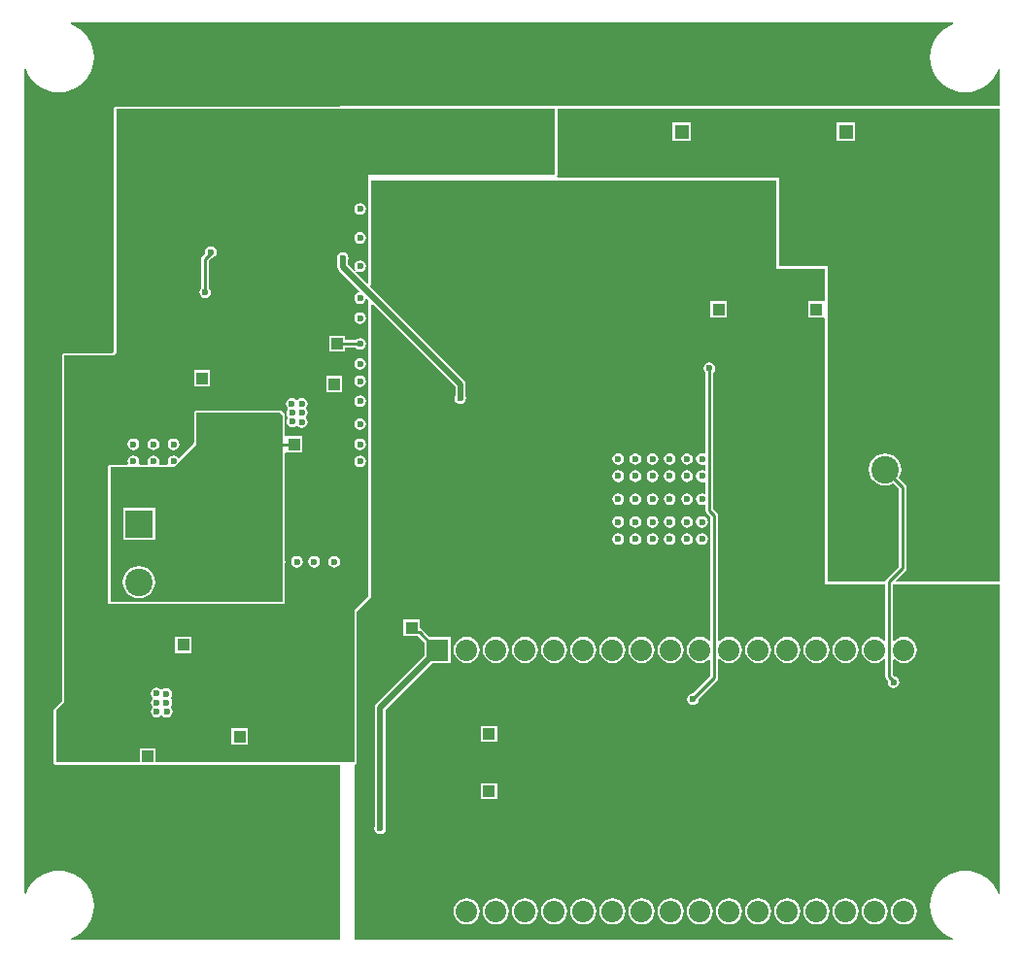
<source format=gbl>
G04*
G04 #@! TF.GenerationSoftware,Altium Limited,Altium Designer,20.1.12 (249)*
G04*
G04 Layer_Physical_Order=4*
G04 Layer_Color=16711680*
%FSLAX44Y44*%
%MOMM*%
G71*
G04*
G04 #@! TF.SameCoordinates,284B2C5B-B2DB-445A-AC85-361AEC2CE434*
G04*
G04*
G04 #@! TF.FilePolarity,Positive*
G04*
G01*
G75*
%ADD13C,0.5000*%
%ADD86C,0.2540*%
%ADD89C,2.4000*%
%ADD90R,2.4000X2.4000*%
%ADD91C,1.8750*%
%ADD92R,1.8750X1.8750*%
%ADD93R,1.2000X1.2000*%
%ADD94C,1.2000*%
%ADD95C,0.6000*%
%ADD96C,1.0000*%
%ADD103R,1.0000X1.0000*%
%ADD104R,1.0000X1.0000*%
G36*
X809660Y798730D02*
X806111Y797260D01*
X802017Y794751D01*
X798367Y791633D01*
X795249Y787983D01*
X792740Y783889D01*
X790903Y779454D01*
X789782Y774786D01*
X789406Y770000D01*
X789782Y765214D01*
X790903Y760546D01*
X792740Y756111D01*
X795249Y752017D01*
X798367Y748367D01*
X802017Y745249D01*
X806111Y742740D01*
X810546Y740903D01*
X815214Y739782D01*
X820000Y739406D01*
X824786Y739782D01*
X829454Y740903D01*
X833889Y742740D01*
X837983Y745249D01*
X841633Y748367D01*
X844751Y752017D01*
X847260Y756111D01*
X848730Y759660D01*
X850000Y759407D01*
Y727500D01*
X275000D01*
Y727039D01*
X80000D01*
X79220Y726884D01*
X78558Y726442D01*
X78116Y725780D01*
X77961Y725000D01*
Y513345D01*
X76655Y512039D01*
X35000D01*
X34220Y511884D01*
X33558Y511442D01*
X33116Y510780D01*
X32961Y510000D01*
Y208345D01*
X26058Y201442D01*
X25616Y200780D01*
X25461Y200000D01*
Y155000D01*
X25616Y154220D01*
X26058Y153558D01*
X26720Y153116D01*
X27500Y152961D01*
X100500D01*
X100697Y153000D01*
X114303D01*
X114500Y152961D01*
X275000D01*
Y0D01*
X40593D01*
X40340Y1270D01*
X43889Y2740D01*
X47983Y5249D01*
X51633Y8367D01*
X54751Y12017D01*
X57260Y16111D01*
X59097Y20546D01*
X60218Y25214D01*
X60594Y30000D01*
X60218Y34786D01*
X59097Y39454D01*
X57260Y43889D01*
X54751Y47983D01*
X51633Y51633D01*
X47983Y54751D01*
X43889Y57260D01*
X39454Y59097D01*
X34786Y60218D01*
X30000Y60594D01*
X25214Y60218D01*
X20546Y59097D01*
X16111Y57260D01*
X12017Y54751D01*
X8367Y51633D01*
X5249Y47983D01*
X2740Y43889D01*
X1270Y40340D01*
X0Y40593D01*
Y759407D01*
X1270Y759660D01*
X2740Y756111D01*
X5249Y752017D01*
X8367Y748367D01*
X12017Y745249D01*
X16111Y742740D01*
X20546Y740903D01*
X25214Y739782D01*
X30000Y739406D01*
X34786Y739782D01*
X39454Y740903D01*
X43889Y742740D01*
X47983Y745249D01*
X51633Y748367D01*
X54751Y752017D01*
X57260Y756111D01*
X59097Y760546D01*
X60218Y765214D01*
X60594Y770000D01*
X60218Y774786D01*
X59097Y779454D01*
X57260Y783889D01*
X54751Y787983D01*
X51633Y791633D01*
X47983Y794751D01*
X43889Y797260D01*
X40340Y798730D01*
X40593Y800000D01*
X809407D01*
X809660Y798730D01*
D02*
G37*
G36*
X462500Y667500D02*
X300000D01*
Y665000D01*
X300000Y662500D01*
X300000D01*
Y572772D01*
X298827Y572286D01*
X288444Y582669D01*
X289253Y583656D01*
X289558Y583452D01*
X290549Y582790D01*
X292500Y582402D01*
X294451Y582790D01*
X296105Y583895D01*
X297210Y585549D01*
X297598Y587500D01*
X297210Y589451D01*
X296105Y591105D01*
X294451Y592210D01*
X292500Y592598D01*
X290549Y592210D01*
X288895Y591105D01*
X287790Y589451D01*
X287402Y587500D01*
X287790Y585549D01*
X288452Y584558D01*
X288656Y584253D01*
X287670Y583444D01*
X282088Y589025D01*
Y592867D01*
X282210Y593049D01*
X282598Y595000D01*
X282210Y596951D01*
X281105Y598605D01*
X279451Y599710D01*
X277500Y600098D01*
X275549Y599710D01*
X273895Y598605D01*
X272790Y596951D01*
X272402Y595000D01*
X272790Y593049D01*
X272912Y592867D01*
Y587124D01*
X273261Y585369D01*
X274256Y583880D01*
X291869Y566267D01*
X291451Y564889D01*
X290549Y564710D01*
X288895Y563605D01*
X287790Y561951D01*
X287402Y560000D01*
X287790Y558049D01*
X288895Y556395D01*
X290549Y555290D01*
X292500Y554902D01*
X294451Y555290D01*
X296105Y556395D01*
X297210Y558049D01*
X297389Y558951D01*
X298767Y559369D01*
X300000Y558136D01*
Y300000D01*
X287500Y287500D01*
Y155000D01*
X114500D01*
Y167000D01*
X100500D01*
Y155000D01*
X27500D01*
Y200000D01*
X35000Y207500D01*
Y510000D01*
X77500D01*
X80000Y512500D01*
Y725000D01*
X462500D01*
Y667500D01*
D02*
G37*
G36*
X655000Y662500D02*
X655000Y585000D01*
X697500Y585000D01*
Y558063D01*
X697000Y557000D01*
X696230Y557000D01*
X683000D01*
Y543000D01*
X696230D01*
X697000Y543000D01*
X697500Y541937D01*
Y310000D01*
X750421D01*
Y261383D01*
X749218Y260975D01*
X749113Y261113D01*
X746737Y262936D01*
X743969Y264082D01*
X741000Y264473D01*
X738030Y264082D01*
X735263Y262936D01*
X732887Y261113D01*
X731064Y258737D01*
X729918Y255970D01*
X729527Y253000D01*
X729918Y250030D01*
X731064Y247263D01*
X732887Y244887D01*
X735263Y243064D01*
X738030Y241918D01*
X741000Y241527D01*
X743969Y241918D01*
X746737Y243064D01*
X749113Y244887D01*
X749218Y245025D01*
X750421Y244617D01*
Y229681D01*
X750675Y228405D01*
X751397Y227324D01*
X752621Y226100D01*
X752402Y225000D01*
X752790Y223049D01*
X753895Y221395D01*
X755549Y220290D01*
X757500Y219902D01*
X759451Y220290D01*
X761105Y221395D01*
X762210Y223049D01*
X762598Y225000D01*
X762210Y226951D01*
X761105Y228605D01*
X759451Y229710D01*
X758191Y229961D01*
X757089Y231062D01*
Y244480D01*
X757890Y244752D01*
X758359Y244832D01*
X760663Y243064D01*
X763430Y241918D01*
X766400Y241527D01*
X769370Y241918D01*
X772137Y243064D01*
X774513Y244887D01*
X776336Y247263D01*
X777482Y250030D01*
X777873Y253000D01*
X777482Y255970D01*
X776336Y258737D01*
X774513Y261113D01*
X772137Y262936D01*
X769370Y264082D01*
X766400Y264473D01*
X763430Y264082D01*
X760663Y262936D01*
X758359Y261168D01*
X757890Y261248D01*
X757089Y261520D01*
Y310000D01*
X850000D01*
Y40593D01*
X848730Y40340D01*
X847260Y43889D01*
X844751Y47983D01*
X841633Y51633D01*
X837983Y54751D01*
X833889Y57260D01*
X829454Y59097D01*
X824786Y60218D01*
X820000Y60594D01*
X815214Y60218D01*
X810546Y59097D01*
X806111Y57260D01*
X802017Y54751D01*
X798367Y51633D01*
X795249Y47983D01*
X792740Y43889D01*
X790903Y39454D01*
X789782Y34786D01*
X789406Y30000D01*
X789782Y25214D01*
X790903Y20546D01*
X792740Y16111D01*
X795249Y12017D01*
X798367Y8367D01*
X802017Y5249D01*
X806111Y2740D01*
X809660Y1270D01*
X809407Y0D01*
X287500D01*
Y152961D01*
X288280Y153116D01*
X288942Y153558D01*
X289384Y154220D01*
X289539Y155000D01*
Y286655D01*
X301442Y298558D01*
X301884Y299220D01*
X302039Y300000D01*
Y554437D01*
X303213Y554923D01*
X375412Y482724D01*
Y474633D01*
X375290Y474451D01*
X374902Y472500D01*
X375290Y470549D01*
X376395Y468895D01*
X378049Y467790D01*
X380000Y467402D01*
X381951Y467790D01*
X383605Y468895D01*
X384710Y470549D01*
X385098Y472500D01*
X384710Y474451D01*
X384588Y474633D01*
Y484624D01*
X384239Y486380D01*
X383244Y487869D01*
X301315Y569799D01*
X301442Y571330D01*
X301884Y571992D01*
X302039Y572772D01*
Y662500D01*
X655000Y662500D01*
D02*
G37*
G36*
X850000Y312500D02*
X759844D01*
X759358Y313673D01*
X767628Y321943D01*
X768351Y323024D01*
X768604Y324300D01*
Y395130D01*
X768351Y396406D01*
X767628Y397487D01*
X762032Y403083D01*
X762229Y403340D01*
X763640Y406745D01*
X764121Y410400D01*
X763640Y414055D01*
X762229Y417460D01*
X759985Y420385D01*
X757061Y422629D01*
X753655Y424040D01*
X750000Y424521D01*
X746346Y424040D01*
X742940Y422629D01*
X740015Y420385D01*
X737771Y417460D01*
X736361Y414055D01*
X735879Y410400D01*
X736361Y406745D01*
X737771Y403340D01*
X740015Y400415D01*
X742940Y398171D01*
X746346Y396760D01*
X750000Y396279D01*
X753655Y396760D01*
X757061Y398171D01*
X757317Y398368D01*
X761936Y393749D01*
Y325681D01*
X751397Y315142D01*
X750675Y314061D01*
X750421Y312785D01*
Y312500D01*
X700000D01*
Y587500D01*
X657500Y587500D01*
X657500Y665000D01*
X464644Y665000D01*
X464323Y665484D01*
X464084Y666270D01*
X464384Y666720D01*
X464539Y667500D01*
Y725000D01*
X850000D01*
Y312500D01*
D02*
G37*
%LPC*%
G36*
X292500Y642598D02*
X290549Y642210D01*
X288895Y641105D01*
X287790Y639451D01*
X287402Y637500D01*
X287790Y635549D01*
X288895Y633895D01*
X290549Y632790D01*
X292500Y632402D01*
X294451Y632790D01*
X296105Y633895D01*
X297210Y635549D01*
X297598Y637500D01*
X297210Y639451D01*
X296105Y641105D01*
X294451Y642210D01*
X292500Y642598D01*
D02*
G37*
G36*
Y617598D02*
X290549Y617210D01*
X288895Y616105D01*
X287790Y614451D01*
X287402Y612500D01*
X287790Y610549D01*
X288895Y608895D01*
X290549Y607790D01*
X292500Y607402D01*
X294451Y607790D01*
X296105Y608895D01*
X297210Y610549D01*
X297598Y612500D01*
X297210Y614451D01*
X296105Y616105D01*
X294451Y617210D01*
X292500Y617598D01*
D02*
G37*
G36*
X162500Y605097D02*
X160549Y604709D01*
X158895Y603604D01*
X157790Y601950D01*
X157402Y599999D01*
X157621Y598899D01*
X155142Y596420D01*
X154420Y595339D01*
X154166Y594063D01*
Y568786D01*
X153895Y568605D01*
X152790Y566951D01*
X152402Y565000D01*
X152790Y563049D01*
X153895Y561395D01*
X155549Y560290D01*
X157500Y559902D01*
X159451Y560290D01*
X161105Y561395D01*
X162210Y563049D01*
X162598Y565000D01*
X162210Y566951D01*
X161105Y568605D01*
X160834Y568786D01*
Y592682D01*
X163190Y595038D01*
X164451Y595289D01*
X166105Y596394D01*
X167210Y598048D01*
X167598Y599999D01*
X167210Y601950D01*
X166105Y603604D01*
X164451Y604709D01*
X162500Y605097D01*
D02*
G37*
G36*
X292500Y547598D02*
X290549Y547210D01*
X288895Y546105D01*
X287790Y544451D01*
X287402Y542500D01*
X287790Y540549D01*
X288895Y538895D01*
X290549Y537790D01*
X292500Y537402D01*
X294451Y537790D01*
X296105Y538895D01*
X297210Y540549D01*
X297598Y542500D01*
X297210Y544451D01*
X296105Y546105D01*
X294451Y547210D01*
X292500Y547598D01*
D02*
G37*
G36*
X279500Y527000D02*
X265500D01*
Y513000D01*
X279500D01*
Y516666D01*
X288714D01*
X288895Y516395D01*
X290549Y515290D01*
X292500Y514902D01*
X294451Y515290D01*
X296105Y516395D01*
X297210Y518049D01*
X297598Y520000D01*
X297210Y521951D01*
X296105Y523605D01*
X294451Y524710D01*
X292500Y525098D01*
X290549Y524710D01*
X288895Y523605D01*
X288714Y523334D01*
X279500D01*
Y527000D01*
D02*
G37*
G36*
X292500Y507598D02*
X290549Y507210D01*
X288895Y506105D01*
X287790Y504451D01*
X287402Y502500D01*
X287790Y500549D01*
X288895Y498895D01*
X290549Y497790D01*
X292500Y497402D01*
X294451Y497790D01*
X296105Y498895D01*
X297210Y500549D01*
X297598Y502500D01*
X297210Y504451D01*
X296105Y506105D01*
X294451Y507210D01*
X292500Y507598D01*
D02*
G37*
G36*
X162000Y497000D02*
X148000D01*
Y483000D01*
X162000D01*
Y497000D01*
D02*
G37*
G36*
X292500Y492598D02*
X290549Y492210D01*
X288895Y491105D01*
X287790Y489451D01*
X287402Y487500D01*
X287790Y485549D01*
X288895Y483895D01*
X290549Y482790D01*
X292500Y482402D01*
X294451Y482790D01*
X296105Y483895D01*
X297210Y485549D01*
X297598Y487500D01*
X297210Y489451D01*
X296105Y491105D01*
X294451Y492210D01*
X292500Y492598D01*
D02*
G37*
G36*
X277000Y492000D02*
X263000D01*
Y478000D01*
X277000D01*
Y492000D01*
D02*
G37*
G36*
X241750Y472848D02*
X239799Y472460D01*
X238145Y471355D01*
X238010Y471152D01*
X236740D01*
X236605Y471355D01*
X234951Y472460D01*
X233000Y472848D01*
X231049Y472460D01*
X229395Y471355D01*
X228290Y469701D01*
X227902Y467750D01*
X228290Y465799D01*
X229395Y464145D01*
X229228Y462730D01*
X228540Y461701D01*
X228152Y459750D01*
X228540Y457799D01*
X229645Y456145D01*
X229247Y454884D01*
X228790Y454201D01*
X228402Y452250D01*
X228790Y450299D01*
X229895Y448645D01*
X231549Y447540D01*
X233500Y447152D01*
X235451Y447540D01*
X236653Y448343D01*
X238145Y448395D01*
X239799Y447290D01*
X241750Y446902D01*
X243701Y447290D01*
X245355Y448395D01*
X246460Y450049D01*
X246848Y452000D01*
X246460Y453951D01*
X245695Y455095D01*
X245458Y456000D01*
X245695Y456905D01*
X246460Y458049D01*
X246848Y460000D01*
X246460Y461951D01*
X245355Y463605D01*
Y464145D01*
X246460Y465799D01*
X246848Y467750D01*
X246460Y469701D01*
X245355Y471355D01*
X243701Y472460D01*
X241750Y472848D01*
D02*
G37*
G36*
X292500Y475098D02*
X290549Y474710D01*
X288895Y473605D01*
X287790Y471951D01*
X287402Y470000D01*
X287790Y468049D01*
X288895Y466395D01*
X290549Y465290D01*
X292500Y464902D01*
X294451Y465290D01*
X296105Y466395D01*
X297210Y468049D01*
X297598Y470000D01*
X297210Y471951D01*
X296105Y473605D01*
X294451Y474710D01*
X292500Y475098D01*
D02*
G37*
G36*
Y455098D02*
X290549Y454710D01*
X288895Y453605D01*
X287790Y451951D01*
X287402Y450000D01*
X287790Y448049D01*
X288895Y446395D01*
X290549Y445290D01*
X292500Y444902D01*
X294451Y445290D01*
X296105Y446395D01*
X297210Y448049D01*
X297598Y450000D01*
X297210Y451951D01*
X296105Y453605D01*
X294451Y454710D01*
X292500Y455098D01*
D02*
G37*
G36*
Y437598D02*
X290549Y437210D01*
X288895Y436105D01*
X287790Y434451D01*
X287402Y432500D01*
X287790Y430549D01*
X288895Y428895D01*
X290549Y427790D01*
X292500Y427402D01*
X294451Y427790D01*
X296105Y428895D01*
X297210Y430549D01*
X297598Y432500D01*
X297210Y434451D01*
X296105Y436105D01*
X294451Y437210D01*
X292500Y437598D01*
D02*
G37*
G36*
X130000D02*
X128049Y437210D01*
X126395Y436105D01*
X125290Y434451D01*
X124902Y432500D01*
X125290Y430549D01*
X126395Y428895D01*
X128049Y427790D01*
X130000Y427402D01*
X131951Y427790D01*
X133605Y428895D01*
X134710Y430549D01*
X135098Y432500D01*
X134710Y434451D01*
X133605Y436105D01*
X131951Y437210D01*
X130000Y437598D01*
D02*
G37*
G36*
X112500D02*
X110549Y437210D01*
X108895Y436105D01*
X107790Y434451D01*
X107402Y432500D01*
X107790Y430549D01*
X108895Y428895D01*
X110549Y427790D01*
X112500Y427402D01*
X114451Y427790D01*
X116105Y428895D01*
X117210Y430549D01*
X117598Y432500D01*
X117210Y434451D01*
X116105Y436105D01*
X114451Y437210D01*
X112500Y437598D01*
D02*
G37*
G36*
X95000D02*
X93049Y437210D01*
X91395Y436105D01*
X90290Y434451D01*
X89902Y432500D01*
X90290Y430549D01*
X91395Y428895D01*
X93049Y427790D01*
X95000Y427402D01*
X96951Y427790D01*
X98605Y428895D01*
X99710Y430549D01*
X100098Y432500D01*
X99710Y434451D01*
X98605Y436105D01*
X96951Y437210D01*
X95000Y437598D01*
D02*
G37*
G36*
X222500Y462039D02*
X150000D01*
X149220Y461884D01*
X148558Y461442D01*
X148116Y460780D01*
X147961Y460000D01*
Y434706D01*
X147790Y434451D01*
X147473Y432857D01*
X135160Y420544D01*
X133896Y420669D01*
X133605Y421105D01*
X131951Y422210D01*
X130000Y422598D01*
X128049Y422210D01*
X126395Y421105D01*
X125290Y419451D01*
X124902Y417500D01*
X125238Y415809D01*
X124554Y414539D01*
X117946D01*
X117262Y415809D01*
X117598Y417500D01*
X117210Y419451D01*
X116105Y421105D01*
X114451Y422210D01*
X112500Y422598D01*
X110549Y422210D01*
X108895Y421105D01*
X107790Y419451D01*
X107402Y417500D01*
X107738Y415809D01*
X107054Y414539D01*
X100446D01*
X99762Y415809D01*
X100098Y417500D01*
X99710Y419451D01*
X98605Y421105D01*
X96951Y422210D01*
X95000Y422598D01*
X93049Y422210D01*
X91395Y421105D01*
X90290Y419451D01*
X89902Y417500D01*
X90238Y415809D01*
X89554Y414539D01*
X75000D01*
X74220Y414384D01*
X73558Y413942D01*
X73116Y413280D01*
X72961Y412500D01*
Y295000D01*
X73116Y294220D01*
X73558Y293558D01*
X74220Y293116D01*
X75000Y292961D01*
X225000D01*
X225780Y293116D01*
X226442Y293558D01*
X226884Y294220D01*
X227039Y295000D01*
Y327794D01*
X227210Y328049D01*
X227598Y330000D01*
X227210Y331951D01*
X227039Y332206D01*
Y424754D01*
X228000Y425500D01*
X242000D01*
Y439500D01*
X228000D01*
X227039Y440246D01*
Y457500D01*
X227039Y457500D01*
X226884Y458280D01*
X226442Y458942D01*
X223942Y461442D01*
X223280Y461884D01*
X222500Y462039D01*
D02*
G37*
G36*
X292500Y422598D02*
X290549Y422210D01*
X288895Y421105D01*
X287790Y419451D01*
X287402Y417500D01*
X287790Y415549D01*
X288895Y413895D01*
X290549Y412790D01*
X292500Y412402D01*
X294451Y412790D01*
X296105Y413895D01*
X297210Y415549D01*
X297598Y417500D01*
X297210Y419451D01*
X296105Y421105D01*
X294451Y422210D01*
X292500Y422598D01*
D02*
G37*
G36*
X270000Y335098D02*
X268049Y334710D01*
X266395Y333605D01*
X265290Y331951D01*
X264902Y330000D01*
X265290Y328049D01*
X266395Y326395D01*
X268049Y325290D01*
X270000Y324902D01*
X271951Y325290D01*
X273605Y326395D01*
X274710Y328049D01*
X275098Y330000D01*
X274710Y331951D01*
X273605Y333605D01*
X271951Y334710D01*
X270000Y335098D01*
D02*
G37*
G36*
X252500D02*
X250549Y334710D01*
X248895Y333605D01*
X247790Y331951D01*
X247402Y330000D01*
X247790Y328049D01*
X248895Y326395D01*
X250549Y325290D01*
X252500Y324902D01*
X254451Y325290D01*
X256105Y326395D01*
X257210Y328049D01*
X257598Y330000D01*
X257210Y331951D01*
X256105Y333605D01*
X254451Y334710D01*
X252500Y335098D01*
D02*
G37*
G36*
X237500D02*
X235549Y334710D01*
X233895Y333605D01*
X232790Y331951D01*
X232402Y330000D01*
X232790Y328049D01*
X233895Y326395D01*
X235549Y325290D01*
X237500Y324902D01*
X239451Y325290D01*
X241105Y326395D01*
X242210Y328049D01*
X242598Y330000D01*
X242210Y331951D01*
X241105Y333605D01*
X239451Y334710D01*
X237500Y335098D01*
D02*
G37*
G36*
X145419Y264463D02*
X131419D01*
Y250463D01*
X145419D01*
Y264463D01*
D02*
G37*
G36*
X115250Y220098D02*
X113299Y219710D01*
X111645Y218605D01*
X110540Y216951D01*
X110152Y215000D01*
X110540Y213049D01*
X111305Y211905D01*
X111542Y211000D01*
X111305Y210095D01*
X110540Y208951D01*
X110152Y207000D01*
X110540Y205049D01*
X111645Y203395D01*
Y202855D01*
X110540Y201201D01*
X110152Y199250D01*
X110540Y197299D01*
X111645Y195645D01*
X113299Y194540D01*
X115250Y194152D01*
X117201Y194540D01*
X118855Y195645D01*
X118990Y195848D01*
X120260D01*
X120395Y195645D01*
X122049Y194540D01*
X124000Y194152D01*
X125951Y194540D01*
X127605Y195645D01*
X128710Y197299D01*
X129098Y199250D01*
X128710Y201201D01*
X127605Y202855D01*
X127772Y204270D01*
X128460Y205299D01*
X128848Y207250D01*
X128460Y209201D01*
X127355Y210855D01*
X127753Y212116D01*
X128210Y212799D01*
X128598Y214750D01*
X128210Y216701D01*
X127105Y218355D01*
X125451Y219460D01*
X123500Y219848D01*
X121549Y219460D01*
X120347Y218657D01*
X118855Y218605D01*
X117201Y219710D01*
X115250Y220098D01*
D02*
G37*
G36*
X194500Y184500D02*
X180500D01*
Y170500D01*
X194500D01*
Y184500D01*
D02*
G37*
%LPD*%
G36*
X225000Y457500D02*
Y295000D01*
X75000D01*
Y412500D01*
X130000D01*
X150000Y432500D01*
Y460000D01*
X222500D01*
X225000Y457500D01*
D02*
G37*
%LPC*%
G36*
X113857Y376900D02*
X85857D01*
Y348900D01*
X113857D01*
Y376900D01*
D02*
G37*
G36*
X99857Y326221D02*
X96203Y325740D01*
X92797Y324329D01*
X89872Y322085D01*
X87628Y319160D01*
X86218Y315755D01*
X85737Y312100D01*
X86218Y308445D01*
X87628Y305040D01*
X89872Y302115D01*
X92797Y299871D01*
X96203Y298460D01*
X99857Y297979D01*
X103512Y298460D01*
X106918Y299871D01*
X109842Y302115D01*
X112086Y305040D01*
X113497Y308445D01*
X113978Y312100D01*
X113497Y315755D01*
X112086Y319160D01*
X109842Y322085D01*
X106918Y324329D01*
X103512Y325740D01*
X99857Y326221D01*
D02*
G37*
G36*
X612000Y557000D02*
X598000D01*
Y543000D01*
X612000D01*
Y557000D01*
D02*
G37*
G36*
X596950Y503832D02*
X595000Y503443D01*
X593346Y502338D01*
X592241Y500685D01*
X591853Y498734D01*
X592241Y496783D01*
X593346Y495129D01*
X593616Y494948D01*
Y424860D01*
X592617Y424325D01*
X592346Y424325D01*
X590472Y424698D01*
X588522Y424310D01*
X586868Y423205D01*
X585763Y421551D01*
X585374Y419600D01*
X585763Y417649D01*
X586868Y415995D01*
X588522Y414890D01*
X590472Y414502D01*
X592346Y414875D01*
X592617Y414875D01*
X593616Y414340D01*
Y409860D01*
X592617Y409325D01*
X592346Y409325D01*
X590472Y409698D01*
X588522Y409310D01*
X586868Y408205D01*
X585763Y406551D01*
X585374Y404600D01*
X585763Y402649D01*
X586868Y400995D01*
X588522Y399890D01*
X590472Y399502D01*
X592346Y399875D01*
X592617Y399875D01*
X593616Y399340D01*
Y389860D01*
X592617Y389325D01*
X592346Y389325D01*
X590472Y389698D01*
X588522Y389310D01*
X586868Y388205D01*
X585763Y386551D01*
X585374Y384600D01*
X585763Y382649D01*
X586868Y380995D01*
X588522Y379890D01*
X590472Y379502D01*
X592346Y379875D01*
X592617Y379875D01*
X593616Y379340D01*
Y374927D01*
X593870Y373651D01*
X594593Y372570D01*
X597911Y369252D01*
Y261520D01*
X597110Y261248D01*
X596641Y261168D01*
X594337Y262936D01*
X591570Y264082D01*
X588600Y264473D01*
X585630Y264082D01*
X582863Y262936D01*
X580487Y261113D01*
X578664Y258737D01*
X577518Y255970D01*
X577127Y253000D01*
X577518Y250030D01*
X578664Y247263D01*
X580487Y244887D01*
X582863Y243064D01*
X585630Y241918D01*
X588600Y241527D01*
X591570Y241918D01*
X594337Y243064D01*
X596641Y244832D01*
X597110Y244752D01*
X597911Y244480D01*
Y230126D01*
X582819Y215034D01*
X582500Y215098D01*
X580549Y214710D01*
X578895Y213605D01*
X577790Y211951D01*
X577402Y210000D01*
X577790Y208049D01*
X578895Y206395D01*
X580549Y205290D01*
X582500Y204902D01*
X584451Y205290D01*
X586105Y206395D01*
X587210Y208049D01*
X587598Y210000D01*
X587534Y210319D01*
X603602Y226388D01*
X604325Y227469D01*
X604579Y228745D01*
Y244617D01*
X605782Y245025D01*
X605887Y244887D01*
X608263Y243064D01*
X611031Y241918D01*
X614000Y241527D01*
X616969Y241918D01*
X619737Y243064D01*
X622113Y244887D01*
X623936Y247263D01*
X625082Y250030D01*
X625473Y253000D01*
X625082Y255970D01*
X623936Y258737D01*
X622113Y261113D01*
X619737Y262936D01*
X616969Y264082D01*
X614000Y264473D01*
X611031Y264082D01*
X608263Y262936D01*
X605887Y261113D01*
X605782Y260975D01*
X604579Y261383D01*
Y370633D01*
X604325Y371908D01*
X603602Y372990D01*
X600285Y376308D01*
Y494948D01*
X600555Y495129D01*
X601660Y496783D01*
X602048Y498734D01*
X601660Y500685D01*
X600555Y502338D01*
X598901Y503443D01*
X596950Y503832D01*
D02*
G37*
G36*
X577472Y424698D02*
X575522Y424310D01*
X573868Y423205D01*
X572763Y421551D01*
X572374Y419600D01*
X572763Y417649D01*
X573868Y415995D01*
X575522Y414890D01*
X577472Y414502D01*
X579423Y414890D01*
X581077Y415995D01*
X582182Y417649D01*
X582570Y419600D01*
X582182Y421551D01*
X581077Y423205D01*
X579423Y424310D01*
X577472Y424698D01*
D02*
G37*
G36*
X562472D02*
X560522Y424310D01*
X558868Y423205D01*
X557763Y421551D01*
X557374Y419600D01*
X557763Y417649D01*
X558868Y415995D01*
X560522Y414890D01*
X562472Y414502D01*
X564423Y414890D01*
X566077Y415995D01*
X567182Y417649D01*
X567570Y419600D01*
X567182Y421551D01*
X566077Y423205D01*
X564423Y424310D01*
X562472Y424698D01*
D02*
G37*
G36*
X547472D02*
X545522Y424310D01*
X543868Y423205D01*
X542762Y421551D01*
X542374Y419600D01*
X542762Y417649D01*
X543868Y415995D01*
X545522Y414890D01*
X547472Y414502D01*
X549423Y414890D01*
X551077Y415995D01*
X552182Y417649D01*
X552570Y419600D01*
X552182Y421551D01*
X551077Y423205D01*
X549423Y424310D01*
X547472Y424698D01*
D02*
G37*
G36*
X532472D02*
X530522Y424310D01*
X528868Y423205D01*
X527762Y421551D01*
X527374Y419600D01*
X527762Y417649D01*
X528868Y415995D01*
X530522Y414890D01*
X532472Y414502D01*
X534423Y414890D01*
X536077Y415995D01*
X537182Y417649D01*
X537570Y419600D01*
X537182Y421551D01*
X536077Y423205D01*
X534423Y424310D01*
X532472Y424698D01*
D02*
G37*
G36*
X517472D02*
X515522Y424310D01*
X513868Y423205D01*
X512763Y421551D01*
X512374Y419600D01*
X512763Y417649D01*
X513868Y415995D01*
X515522Y414890D01*
X517472Y414502D01*
X519423Y414890D01*
X521077Y415995D01*
X522182Y417649D01*
X522570Y419600D01*
X522182Y421551D01*
X521077Y423205D01*
X519423Y424310D01*
X517472Y424698D01*
D02*
G37*
G36*
X577472Y409698D02*
X575522Y409310D01*
X573868Y408205D01*
X572763Y406551D01*
X572374Y404600D01*
X572763Y402649D01*
X573868Y400995D01*
X575522Y399890D01*
X577472Y399502D01*
X579423Y399890D01*
X581077Y400995D01*
X582182Y402649D01*
X582570Y404600D01*
X582182Y406551D01*
X581077Y408205D01*
X579423Y409310D01*
X577472Y409698D01*
D02*
G37*
G36*
X562472D02*
X560522Y409310D01*
X558868Y408205D01*
X557763Y406551D01*
X557374Y404600D01*
X557763Y402649D01*
X558868Y400995D01*
X560522Y399890D01*
X562472Y399502D01*
X564423Y399890D01*
X566077Y400995D01*
X567182Y402649D01*
X567570Y404600D01*
X567182Y406551D01*
X566077Y408205D01*
X564423Y409310D01*
X562472Y409698D01*
D02*
G37*
G36*
X547472D02*
X545522Y409310D01*
X543868Y408205D01*
X542762Y406551D01*
X542374Y404600D01*
X542762Y402649D01*
X543868Y400995D01*
X545522Y399890D01*
X547472Y399502D01*
X549423Y399890D01*
X551077Y400995D01*
X552182Y402649D01*
X552570Y404600D01*
X552182Y406551D01*
X551077Y408205D01*
X549423Y409310D01*
X547472Y409698D01*
D02*
G37*
G36*
X532472D02*
X530522Y409310D01*
X528868Y408205D01*
X527762Y406551D01*
X527374Y404600D01*
X527762Y402649D01*
X528868Y400995D01*
X530522Y399890D01*
X532472Y399502D01*
X534423Y399890D01*
X536077Y400995D01*
X537182Y402649D01*
X537570Y404600D01*
X537182Y406551D01*
X536077Y408205D01*
X534423Y409310D01*
X532472Y409698D01*
D02*
G37*
G36*
X517472D02*
X515522Y409310D01*
X513868Y408205D01*
X512763Y406551D01*
X512374Y404600D01*
X512763Y402649D01*
X513868Y400995D01*
X515522Y399890D01*
X517472Y399502D01*
X519423Y399890D01*
X521077Y400995D01*
X522182Y402649D01*
X522570Y404600D01*
X522182Y406551D01*
X521077Y408205D01*
X519423Y409310D01*
X517472Y409698D01*
D02*
G37*
G36*
X577472Y389698D02*
X575522Y389310D01*
X573868Y388205D01*
X572763Y386551D01*
X572374Y384600D01*
X572763Y382649D01*
X573868Y380995D01*
X575522Y379890D01*
X577472Y379502D01*
X579423Y379890D01*
X581077Y380995D01*
X582182Y382649D01*
X582570Y384600D01*
X582182Y386551D01*
X581077Y388205D01*
X579423Y389310D01*
X577472Y389698D01*
D02*
G37*
G36*
X562472D02*
X560522Y389310D01*
X558868Y388205D01*
X557763Y386551D01*
X557374Y384600D01*
X557763Y382649D01*
X558868Y380995D01*
X560522Y379890D01*
X562472Y379502D01*
X564423Y379890D01*
X566077Y380995D01*
X567182Y382649D01*
X567570Y384600D01*
X567182Y386551D01*
X566077Y388205D01*
X564423Y389310D01*
X562472Y389698D01*
D02*
G37*
G36*
X547472D02*
X545522Y389310D01*
X543868Y388205D01*
X542762Y386551D01*
X542374Y384600D01*
X542762Y382649D01*
X543868Y380995D01*
X545522Y379890D01*
X547472Y379502D01*
X549423Y379890D01*
X551077Y380995D01*
X552182Y382649D01*
X552570Y384600D01*
X552182Y386551D01*
X551077Y388205D01*
X549423Y389310D01*
X547472Y389698D01*
D02*
G37*
G36*
X532472D02*
X530522Y389310D01*
X528868Y388205D01*
X527762Y386551D01*
X527374Y384600D01*
X527762Y382649D01*
X528868Y380995D01*
X530522Y379890D01*
X532472Y379502D01*
X534423Y379890D01*
X536077Y380995D01*
X537182Y382649D01*
X537570Y384600D01*
X537182Y386551D01*
X536077Y388205D01*
X534423Y389310D01*
X532472Y389698D01*
D02*
G37*
G36*
X517472D02*
X515522Y389310D01*
X513868Y388205D01*
X512763Y386551D01*
X512374Y384600D01*
X512763Y382649D01*
X513868Y380995D01*
X515522Y379890D01*
X517472Y379502D01*
X519423Y379890D01*
X521077Y380995D01*
X522182Y382649D01*
X522570Y384600D01*
X522182Y386551D01*
X521077Y388205D01*
X519423Y389310D01*
X517472Y389698D01*
D02*
G37*
G36*
X590472Y369698D02*
X588522Y369310D01*
X586868Y368205D01*
X585763Y366551D01*
X585374Y364600D01*
X585763Y362649D01*
X586868Y360995D01*
X588522Y359890D01*
X590472Y359502D01*
X592423Y359890D01*
X594077Y360995D01*
X595182Y362649D01*
X595570Y364600D01*
X595182Y366551D01*
X594077Y368205D01*
X592423Y369310D01*
X590472Y369698D01*
D02*
G37*
G36*
X577472D02*
X575522Y369310D01*
X573868Y368205D01*
X572763Y366551D01*
X572374Y364600D01*
X572763Y362649D01*
X573868Y360995D01*
X575522Y359890D01*
X577472Y359502D01*
X579423Y359890D01*
X581077Y360995D01*
X582182Y362649D01*
X582570Y364600D01*
X582182Y366551D01*
X581077Y368205D01*
X579423Y369310D01*
X577472Y369698D01*
D02*
G37*
G36*
X562472D02*
X560522Y369310D01*
X558868Y368205D01*
X557763Y366551D01*
X557374Y364600D01*
X557763Y362649D01*
X558868Y360995D01*
X560522Y359890D01*
X562472Y359502D01*
X564423Y359890D01*
X566077Y360995D01*
X567182Y362649D01*
X567570Y364600D01*
X567182Y366551D01*
X566077Y368205D01*
X564423Y369310D01*
X562472Y369698D01*
D02*
G37*
G36*
X547472D02*
X545522Y369310D01*
X543868Y368205D01*
X542762Y366551D01*
X542374Y364600D01*
X542762Y362649D01*
X543868Y360995D01*
X545522Y359890D01*
X547472Y359502D01*
X549423Y359890D01*
X551077Y360995D01*
X552182Y362649D01*
X552570Y364600D01*
X552182Y366551D01*
X551077Y368205D01*
X549423Y369310D01*
X547472Y369698D01*
D02*
G37*
G36*
X532472D02*
X530522Y369310D01*
X528868Y368205D01*
X527762Y366551D01*
X527374Y364600D01*
X527762Y362649D01*
X528868Y360995D01*
X530522Y359890D01*
X532472Y359502D01*
X534423Y359890D01*
X536077Y360995D01*
X537182Y362649D01*
X537570Y364600D01*
X537182Y366551D01*
X536077Y368205D01*
X534423Y369310D01*
X532472Y369698D01*
D02*
G37*
G36*
X517472D02*
X515522Y369310D01*
X513868Y368205D01*
X512763Y366551D01*
X512374Y364600D01*
X512763Y362649D01*
X513868Y360995D01*
X515522Y359890D01*
X517472Y359502D01*
X519423Y359890D01*
X521077Y360995D01*
X522182Y362649D01*
X522570Y364600D01*
X522182Y366551D01*
X521077Y368205D01*
X519423Y369310D01*
X517472Y369698D01*
D02*
G37*
G36*
X590472Y354698D02*
X588522Y354310D01*
X586868Y353205D01*
X585763Y351551D01*
X585374Y349600D01*
X585763Y347649D01*
X586868Y345995D01*
X588522Y344890D01*
X590472Y344502D01*
X592423Y344890D01*
X594077Y345995D01*
X595182Y347649D01*
X595570Y349600D01*
X595182Y351551D01*
X594077Y353205D01*
X592423Y354310D01*
X590472Y354698D01*
D02*
G37*
G36*
X577472D02*
X575522Y354310D01*
X573868Y353205D01*
X572763Y351551D01*
X572374Y349600D01*
X572763Y347649D01*
X573868Y345995D01*
X575522Y344890D01*
X577472Y344502D01*
X579423Y344890D01*
X581077Y345995D01*
X582182Y347649D01*
X582570Y349600D01*
X582182Y351551D01*
X581077Y353205D01*
X579423Y354310D01*
X577472Y354698D01*
D02*
G37*
G36*
X562472D02*
X560522Y354310D01*
X558868Y353205D01*
X557763Y351551D01*
X557374Y349600D01*
X557763Y347649D01*
X558868Y345995D01*
X560522Y344890D01*
X562472Y344502D01*
X564423Y344890D01*
X566077Y345995D01*
X567182Y347649D01*
X567570Y349600D01*
X567182Y351551D01*
X566077Y353205D01*
X564423Y354310D01*
X562472Y354698D01*
D02*
G37*
G36*
X547472D02*
X545522Y354310D01*
X543868Y353205D01*
X542762Y351551D01*
X542374Y349600D01*
X542762Y347649D01*
X543868Y345995D01*
X545522Y344890D01*
X547472Y344502D01*
X549423Y344890D01*
X551077Y345995D01*
X552182Y347649D01*
X552570Y349600D01*
X552182Y351551D01*
X551077Y353205D01*
X549423Y354310D01*
X547472Y354698D01*
D02*
G37*
G36*
X532472D02*
X530522Y354310D01*
X528868Y353205D01*
X527762Y351551D01*
X527374Y349600D01*
X527762Y347649D01*
X528868Y345995D01*
X530522Y344890D01*
X532472Y344502D01*
X534423Y344890D01*
X536077Y345995D01*
X537182Y347649D01*
X537570Y349600D01*
X537182Y351551D01*
X536077Y353205D01*
X534423Y354310D01*
X532472Y354698D01*
D02*
G37*
G36*
X517472D02*
X515522Y354310D01*
X513868Y353205D01*
X512763Y351551D01*
X512374Y349600D01*
X512763Y347649D01*
X513868Y345995D01*
X515522Y344890D01*
X517472Y344502D01*
X519423Y344890D01*
X521077Y345995D01*
X522182Y347649D01*
X522570Y349600D01*
X522182Y351551D01*
X521077Y353205D01*
X519423Y354310D01*
X517472Y354698D01*
D02*
G37*
G36*
X715600Y264473D02*
X712630Y264082D01*
X709863Y262936D01*
X707487Y261113D01*
X705664Y258737D01*
X704518Y255970D01*
X704127Y253000D01*
X704518Y250030D01*
X705664Y247263D01*
X707487Y244887D01*
X709863Y243064D01*
X712630Y241918D01*
X715600Y241527D01*
X718569Y241918D01*
X721337Y243064D01*
X723713Y244887D01*
X725536Y247263D01*
X726682Y250030D01*
X727073Y253000D01*
X726682Y255970D01*
X725536Y258737D01*
X723713Y261113D01*
X721337Y262936D01*
X718569Y264082D01*
X715600Y264473D01*
D02*
G37*
G36*
X690200D02*
X687231Y264082D01*
X684463Y262936D01*
X682087Y261113D01*
X680264Y258737D01*
X679118Y255970D01*
X678727Y253000D01*
X679118Y250030D01*
X680264Y247263D01*
X682087Y244887D01*
X684463Y243064D01*
X687231Y241918D01*
X690200Y241527D01*
X693169Y241918D01*
X695937Y243064D01*
X698313Y244887D01*
X700136Y247263D01*
X701282Y250030D01*
X701673Y253000D01*
X701282Y255970D01*
X700136Y258737D01*
X698313Y261113D01*
X695937Y262936D01*
X693169Y264082D01*
X690200Y264473D01*
D02*
G37*
G36*
X664800D02*
X661831Y264082D01*
X659063Y262936D01*
X656687Y261113D01*
X654864Y258737D01*
X653718Y255970D01*
X653327Y253000D01*
X653718Y250030D01*
X654864Y247263D01*
X656687Y244887D01*
X659063Y243064D01*
X661831Y241918D01*
X664800Y241527D01*
X667769Y241918D01*
X670537Y243064D01*
X672913Y244887D01*
X674736Y247263D01*
X675882Y250030D01*
X676273Y253000D01*
X675882Y255970D01*
X674736Y258737D01*
X672913Y261113D01*
X670537Y262936D01*
X667769Y264082D01*
X664800Y264473D01*
D02*
G37*
G36*
X639400D02*
X636431Y264082D01*
X633663Y262936D01*
X631287Y261113D01*
X629464Y258737D01*
X628318Y255970D01*
X627927Y253000D01*
X628318Y250030D01*
X629464Y247263D01*
X631287Y244887D01*
X633663Y243064D01*
X636431Y241918D01*
X639400Y241527D01*
X642370Y241918D01*
X645137Y243064D01*
X647513Y244887D01*
X649336Y247263D01*
X650482Y250030D01*
X650873Y253000D01*
X650482Y255970D01*
X649336Y258737D01*
X647513Y261113D01*
X645137Y262936D01*
X642370Y264082D01*
X639400Y264473D01*
D02*
G37*
G36*
X563200D02*
X560230Y264082D01*
X557463Y262936D01*
X555087Y261113D01*
X553264Y258737D01*
X552118Y255970D01*
X551727Y253000D01*
X552118Y250030D01*
X553264Y247263D01*
X555087Y244887D01*
X557463Y243064D01*
X560230Y241918D01*
X563200Y241527D01*
X566170Y241918D01*
X568937Y243064D01*
X571313Y244887D01*
X573136Y247263D01*
X574282Y250030D01*
X574673Y253000D01*
X574282Y255970D01*
X573136Y258737D01*
X571313Y261113D01*
X568937Y262936D01*
X566170Y264082D01*
X563200Y264473D01*
D02*
G37*
G36*
X537800D02*
X534831Y264082D01*
X532063Y262936D01*
X529687Y261113D01*
X527864Y258737D01*
X526718Y255970D01*
X526327Y253000D01*
X526718Y250030D01*
X527864Y247263D01*
X529687Y244887D01*
X532063Y243064D01*
X534831Y241918D01*
X537800Y241527D01*
X540770Y241918D01*
X543537Y243064D01*
X545913Y244887D01*
X547736Y247263D01*
X548882Y250030D01*
X549273Y253000D01*
X548882Y255970D01*
X547736Y258737D01*
X545913Y261113D01*
X543537Y262936D01*
X540770Y264082D01*
X537800Y264473D01*
D02*
G37*
G36*
X512400D02*
X509431Y264082D01*
X506663Y262936D01*
X504287Y261113D01*
X502464Y258737D01*
X501318Y255970D01*
X500927Y253000D01*
X501318Y250030D01*
X502464Y247263D01*
X504287Y244887D01*
X506663Y243064D01*
X509431Y241918D01*
X512400Y241527D01*
X515369Y241918D01*
X518137Y243064D01*
X520513Y244887D01*
X522336Y247263D01*
X523482Y250030D01*
X523873Y253000D01*
X523482Y255970D01*
X522336Y258737D01*
X520513Y261113D01*
X518137Y262936D01*
X515369Y264082D01*
X512400Y264473D01*
D02*
G37*
G36*
X487000D02*
X484030Y264082D01*
X481263Y262936D01*
X478887Y261113D01*
X477064Y258737D01*
X475918Y255970D01*
X475527Y253000D01*
X475918Y250030D01*
X477064Y247263D01*
X478887Y244887D01*
X481263Y243064D01*
X484030Y241918D01*
X487000Y241527D01*
X489969Y241918D01*
X492737Y243064D01*
X495113Y244887D01*
X496936Y247263D01*
X498082Y250030D01*
X498473Y253000D01*
X498082Y255970D01*
X496936Y258737D01*
X495113Y261113D01*
X492737Y262936D01*
X489969Y264082D01*
X487000Y264473D01*
D02*
G37*
G36*
X461600D02*
X458630Y264082D01*
X455863Y262936D01*
X453487Y261113D01*
X451664Y258737D01*
X450518Y255970D01*
X450127Y253000D01*
X450518Y250030D01*
X451664Y247263D01*
X453487Y244887D01*
X455863Y243064D01*
X458630Y241918D01*
X461600Y241527D01*
X464570Y241918D01*
X467337Y243064D01*
X469713Y244887D01*
X471536Y247263D01*
X472682Y250030D01*
X473073Y253000D01*
X472682Y255970D01*
X471536Y258737D01*
X469713Y261113D01*
X467337Y262936D01*
X464570Y264082D01*
X461600Y264473D01*
D02*
G37*
G36*
X436200D02*
X433231Y264082D01*
X430463Y262936D01*
X428087Y261113D01*
X426264Y258737D01*
X425118Y255970D01*
X424727Y253000D01*
X425118Y250030D01*
X426264Y247263D01*
X428087Y244887D01*
X430463Y243064D01*
X433231Y241918D01*
X436200Y241527D01*
X439170Y241918D01*
X441937Y243064D01*
X444313Y244887D01*
X446136Y247263D01*
X447282Y250030D01*
X447673Y253000D01*
X447282Y255970D01*
X446136Y258737D01*
X444313Y261113D01*
X441937Y262936D01*
X439170Y264082D01*
X436200Y264473D01*
D02*
G37*
G36*
X410800D02*
X407831Y264082D01*
X405063Y262936D01*
X402687Y261113D01*
X400864Y258737D01*
X399718Y255970D01*
X399327Y253000D01*
X399718Y250030D01*
X400864Y247263D01*
X402687Y244887D01*
X405063Y243064D01*
X407831Y241918D01*
X410800Y241527D01*
X413769Y241918D01*
X416537Y243064D01*
X418913Y244887D01*
X420736Y247263D01*
X421882Y250030D01*
X422273Y253000D01*
X421882Y255970D01*
X420736Y258737D01*
X418913Y261113D01*
X416537Y262936D01*
X413769Y264082D01*
X410800Y264473D01*
D02*
G37*
G36*
X385400D02*
X382430Y264082D01*
X379663Y262936D01*
X377287Y261113D01*
X375464Y258737D01*
X374318Y255970D01*
X373927Y253000D01*
X374318Y250030D01*
X375464Y247263D01*
X377287Y244887D01*
X379663Y243064D01*
X382430Y241918D01*
X385400Y241527D01*
X388369Y241918D01*
X391137Y243064D01*
X393513Y244887D01*
X395336Y247263D01*
X396482Y250030D01*
X396873Y253000D01*
X396482Y255970D01*
X395336Y258737D01*
X393513Y261113D01*
X391137Y262936D01*
X388369Y264082D01*
X385400Y264473D01*
D02*
G37*
G36*
X412000Y187000D02*
X398000D01*
Y173000D01*
X412000D01*
Y187000D01*
D02*
G37*
G36*
Y137000D02*
X398000D01*
Y123000D01*
X412000D01*
Y137000D01*
D02*
G37*
G36*
X344500Y279500D02*
X330500D01*
Y265500D01*
X340908D01*
X341230Y265436D01*
X342849D01*
X348625Y259660D01*
Y248114D01*
X306756Y206244D01*
X305761Y204756D01*
X305412Y203000D01*
Y99633D01*
X305290Y99451D01*
X304902Y97500D01*
X305290Y95549D01*
X306395Y93895D01*
X308049Y92790D01*
X310000Y92402D01*
X311951Y92790D01*
X313605Y93895D01*
X314710Y95549D01*
X315098Y97500D01*
X314710Y99451D01*
X314588Y99633D01*
Y201099D01*
X355114Y241625D01*
X371375D01*
Y264375D01*
X353340D01*
X346587Y271127D01*
X345506Y271850D01*
X344500Y272050D01*
Y279500D01*
D02*
G37*
G36*
X766400Y36473D02*
X763430Y36082D01*
X760663Y34936D01*
X758287Y33113D01*
X756464Y30737D01*
X755318Y27970D01*
X754927Y25000D01*
X755318Y22030D01*
X756464Y19263D01*
X758287Y16887D01*
X760663Y15064D01*
X763430Y13918D01*
X766400Y13527D01*
X769370Y13918D01*
X772137Y15064D01*
X774513Y16887D01*
X776336Y19263D01*
X777482Y22030D01*
X777873Y25000D01*
X777482Y27970D01*
X776336Y30737D01*
X774513Y33113D01*
X772137Y34936D01*
X769370Y36082D01*
X766400Y36473D01*
D02*
G37*
G36*
X741000D02*
X738030Y36082D01*
X735263Y34936D01*
X732887Y33113D01*
X731064Y30737D01*
X729918Y27970D01*
X729527Y25000D01*
X729918Y22030D01*
X731064Y19263D01*
X732887Y16887D01*
X735263Y15064D01*
X738030Y13918D01*
X741000Y13527D01*
X743969Y13918D01*
X746737Y15064D01*
X749113Y16887D01*
X750936Y19263D01*
X752082Y22030D01*
X752473Y25000D01*
X752082Y27970D01*
X750936Y30737D01*
X749113Y33113D01*
X746737Y34936D01*
X743969Y36082D01*
X741000Y36473D01*
D02*
G37*
G36*
X715600D02*
X712630Y36082D01*
X709863Y34936D01*
X707487Y33113D01*
X705664Y30737D01*
X704518Y27970D01*
X704127Y25000D01*
X704518Y22030D01*
X705664Y19263D01*
X707487Y16887D01*
X709863Y15064D01*
X712630Y13918D01*
X715600Y13527D01*
X718569Y13918D01*
X721337Y15064D01*
X723713Y16887D01*
X725536Y19263D01*
X726682Y22030D01*
X727073Y25000D01*
X726682Y27970D01*
X725536Y30737D01*
X723713Y33113D01*
X721337Y34936D01*
X718569Y36082D01*
X715600Y36473D01*
D02*
G37*
G36*
X690200D02*
X687231Y36082D01*
X684463Y34936D01*
X682087Y33113D01*
X680264Y30737D01*
X679118Y27970D01*
X678727Y25000D01*
X679118Y22030D01*
X680264Y19263D01*
X682087Y16887D01*
X684463Y15064D01*
X687231Y13918D01*
X690200Y13527D01*
X693169Y13918D01*
X695937Y15064D01*
X698313Y16887D01*
X700136Y19263D01*
X701282Y22030D01*
X701673Y25000D01*
X701282Y27970D01*
X700136Y30737D01*
X698313Y33113D01*
X695937Y34936D01*
X693169Y36082D01*
X690200Y36473D01*
D02*
G37*
G36*
X664800D02*
X661831Y36082D01*
X659063Y34936D01*
X656687Y33113D01*
X654864Y30737D01*
X653718Y27970D01*
X653327Y25000D01*
X653718Y22030D01*
X654864Y19263D01*
X656687Y16887D01*
X659063Y15064D01*
X661831Y13918D01*
X664800Y13527D01*
X667769Y13918D01*
X670537Y15064D01*
X672913Y16887D01*
X674736Y19263D01*
X675882Y22030D01*
X676273Y25000D01*
X675882Y27970D01*
X674736Y30737D01*
X672913Y33113D01*
X670537Y34936D01*
X667769Y36082D01*
X664800Y36473D01*
D02*
G37*
G36*
X639400D02*
X636431Y36082D01*
X633663Y34936D01*
X631287Y33113D01*
X629464Y30737D01*
X628318Y27970D01*
X627927Y25000D01*
X628318Y22030D01*
X629464Y19263D01*
X631287Y16887D01*
X633663Y15064D01*
X636431Y13918D01*
X639400Y13527D01*
X642370Y13918D01*
X645137Y15064D01*
X647513Y16887D01*
X649336Y19263D01*
X650482Y22030D01*
X650873Y25000D01*
X650482Y27970D01*
X649336Y30737D01*
X647513Y33113D01*
X645137Y34936D01*
X642370Y36082D01*
X639400Y36473D01*
D02*
G37*
G36*
X614000D02*
X611031Y36082D01*
X608263Y34936D01*
X605887Y33113D01*
X604064Y30737D01*
X602918Y27970D01*
X602527Y25000D01*
X602918Y22030D01*
X604064Y19263D01*
X605887Y16887D01*
X608263Y15064D01*
X611031Y13918D01*
X614000Y13527D01*
X616969Y13918D01*
X619737Y15064D01*
X622113Y16887D01*
X623936Y19263D01*
X625082Y22030D01*
X625473Y25000D01*
X625082Y27970D01*
X623936Y30737D01*
X622113Y33113D01*
X619737Y34936D01*
X616969Y36082D01*
X614000Y36473D01*
D02*
G37*
G36*
X588600D02*
X585630Y36082D01*
X582863Y34936D01*
X580487Y33113D01*
X578664Y30737D01*
X577518Y27970D01*
X577127Y25000D01*
X577518Y22030D01*
X578664Y19263D01*
X580487Y16887D01*
X582863Y15064D01*
X585630Y13918D01*
X588600Y13527D01*
X591570Y13918D01*
X594337Y15064D01*
X596713Y16887D01*
X598536Y19263D01*
X599682Y22030D01*
X600073Y25000D01*
X599682Y27970D01*
X598536Y30737D01*
X596713Y33113D01*
X594337Y34936D01*
X591570Y36082D01*
X588600Y36473D01*
D02*
G37*
G36*
X563200D02*
X560230Y36082D01*
X557463Y34936D01*
X555087Y33113D01*
X553264Y30737D01*
X552118Y27970D01*
X551727Y25000D01*
X552118Y22030D01*
X553264Y19263D01*
X555087Y16887D01*
X557463Y15064D01*
X560230Y13918D01*
X563200Y13527D01*
X566170Y13918D01*
X568937Y15064D01*
X571313Y16887D01*
X573136Y19263D01*
X574282Y22030D01*
X574673Y25000D01*
X574282Y27970D01*
X573136Y30737D01*
X571313Y33113D01*
X568937Y34936D01*
X566170Y36082D01*
X563200Y36473D01*
D02*
G37*
G36*
X537800D02*
X534831Y36082D01*
X532063Y34936D01*
X529687Y33113D01*
X527864Y30737D01*
X526718Y27970D01*
X526327Y25000D01*
X526718Y22030D01*
X527864Y19263D01*
X529687Y16887D01*
X532063Y15064D01*
X534831Y13918D01*
X537800Y13527D01*
X540770Y13918D01*
X543537Y15064D01*
X545913Y16887D01*
X547736Y19263D01*
X548882Y22030D01*
X549273Y25000D01*
X548882Y27970D01*
X547736Y30737D01*
X545913Y33113D01*
X543537Y34936D01*
X540770Y36082D01*
X537800Y36473D01*
D02*
G37*
G36*
X512400D02*
X509431Y36082D01*
X506663Y34936D01*
X504287Y33113D01*
X502464Y30737D01*
X501318Y27970D01*
X500927Y25000D01*
X501318Y22030D01*
X502464Y19263D01*
X504287Y16887D01*
X506663Y15064D01*
X509431Y13918D01*
X512400Y13527D01*
X515369Y13918D01*
X518137Y15064D01*
X520513Y16887D01*
X522336Y19263D01*
X523482Y22030D01*
X523873Y25000D01*
X523482Y27970D01*
X522336Y30737D01*
X520513Y33113D01*
X518137Y34936D01*
X515369Y36082D01*
X512400Y36473D01*
D02*
G37*
G36*
X487000D02*
X484030Y36082D01*
X481263Y34936D01*
X478887Y33113D01*
X477064Y30737D01*
X475918Y27970D01*
X475527Y25000D01*
X475918Y22030D01*
X477064Y19263D01*
X478887Y16887D01*
X481263Y15064D01*
X484030Y13918D01*
X487000Y13527D01*
X489969Y13918D01*
X492737Y15064D01*
X495113Y16887D01*
X496936Y19263D01*
X498082Y22030D01*
X498473Y25000D01*
X498082Y27970D01*
X496936Y30737D01*
X495113Y33113D01*
X492737Y34936D01*
X489969Y36082D01*
X487000Y36473D01*
D02*
G37*
G36*
X461600D02*
X458630Y36082D01*
X455863Y34936D01*
X453487Y33113D01*
X451664Y30737D01*
X450518Y27970D01*
X450127Y25000D01*
X450518Y22030D01*
X451664Y19263D01*
X453487Y16887D01*
X455863Y15064D01*
X458630Y13918D01*
X461600Y13527D01*
X464570Y13918D01*
X467337Y15064D01*
X469713Y16887D01*
X471536Y19263D01*
X472682Y22030D01*
X473073Y25000D01*
X472682Y27970D01*
X471536Y30737D01*
X469713Y33113D01*
X467337Y34936D01*
X464570Y36082D01*
X461600Y36473D01*
D02*
G37*
G36*
X436200D02*
X433231Y36082D01*
X430463Y34936D01*
X428087Y33113D01*
X426264Y30737D01*
X425118Y27970D01*
X424727Y25000D01*
X425118Y22030D01*
X426264Y19263D01*
X428087Y16887D01*
X430463Y15064D01*
X433231Y13918D01*
X436200Y13527D01*
X439170Y13918D01*
X441937Y15064D01*
X444313Y16887D01*
X446136Y19263D01*
X447282Y22030D01*
X447673Y25000D01*
X447282Y27970D01*
X446136Y30737D01*
X444313Y33113D01*
X441937Y34936D01*
X439170Y36082D01*
X436200Y36473D01*
D02*
G37*
G36*
X410800D02*
X407831Y36082D01*
X405063Y34936D01*
X402687Y33113D01*
X400864Y30737D01*
X399718Y27970D01*
X399327Y25000D01*
X399718Y22030D01*
X400864Y19263D01*
X402687Y16887D01*
X405063Y15064D01*
X407831Y13918D01*
X410800Y13527D01*
X413769Y13918D01*
X416537Y15064D01*
X418913Y16887D01*
X420736Y19263D01*
X421882Y22030D01*
X422273Y25000D01*
X421882Y27970D01*
X420736Y30737D01*
X418913Y33113D01*
X416537Y34936D01*
X413769Y36082D01*
X410800Y36473D01*
D02*
G37*
G36*
X385400D02*
X382430Y36082D01*
X379663Y34936D01*
X377287Y33113D01*
X375464Y30737D01*
X374318Y27970D01*
X373927Y25000D01*
X374318Y22030D01*
X375464Y19263D01*
X377287Y16887D01*
X379663Y15064D01*
X382430Y13918D01*
X385400Y13527D01*
X388369Y13918D01*
X391137Y15064D01*
X393513Y16887D01*
X395336Y19263D01*
X396482Y22030D01*
X396873Y25000D01*
X396482Y27970D01*
X395336Y30737D01*
X393513Y33113D01*
X391137Y34936D01*
X388369Y36082D01*
X385400Y36473D01*
D02*
G37*
G36*
X724000Y713000D02*
X708000D01*
Y697000D01*
X724000D01*
Y713000D01*
D02*
G37*
G36*
X580957D02*
X564957D01*
Y697000D01*
X580957D01*
Y713000D01*
D02*
G37*
%LPD*%
D13*
X277500Y587124D02*
X380000Y484624D01*
X277500Y587124D02*
Y595000D01*
X380000Y472500D02*
Y484624D01*
X310000Y203000D02*
X360000Y253000D01*
X310000Y97500D02*
Y203000D01*
D86*
X225000Y432500D02*
X235000D01*
X157500Y594063D02*
X162500Y599062D01*
X157500Y565000D02*
Y594063D01*
X272500Y520000D02*
X292500D01*
X344230Y268770D02*
X360000Y253000D01*
X341230Y268770D02*
X344230D01*
X337500Y272500D02*
X341230Y268770D01*
X596950Y374927D02*
Y498734D01*
Y374927D02*
X601245Y370633D01*
Y228745D02*
Y370633D01*
X582500Y210000D02*
X601245Y228745D01*
X162500Y599062D02*
Y599999D01*
X753755Y229681D02*
X757500Y225936D01*
X753755Y312785D02*
X765270Y324300D01*
X753755Y229681D02*
Y312785D01*
X750000Y410400D02*
X765270Y395130D01*
Y324300D02*
Y395130D01*
X757500Y225000D02*
Y225936D01*
X207500Y432500D02*
X220000D01*
D89*
X99857Y312100D02*
D03*
X750000Y410400D02*
D03*
D90*
X99857Y362900D02*
D03*
X750000Y359600D02*
D03*
D91*
X766400Y253000D02*
D03*
X741000D02*
D03*
X715600D02*
D03*
X690200D02*
D03*
X664800D02*
D03*
X639400D02*
D03*
X614000D02*
D03*
X588600D02*
D03*
X563200D02*
D03*
X537800D02*
D03*
X512400D02*
D03*
X487000D02*
D03*
X461600D02*
D03*
X436200D02*
D03*
X410800D02*
D03*
X385400D02*
D03*
X766400Y25000D02*
D03*
X741000D02*
D03*
X715600D02*
D03*
X690200D02*
D03*
X664800D02*
D03*
X639400D02*
D03*
X614000D02*
D03*
X588600D02*
D03*
X563200D02*
D03*
X537800D02*
D03*
X512400D02*
D03*
X487000D02*
D03*
X461600D02*
D03*
X436200D02*
D03*
X410800D02*
D03*
X385400D02*
D03*
D92*
X360000Y253000D02*
D03*
Y25000D02*
D03*
D93*
X716000Y705000D02*
D03*
X572957D02*
D03*
X429915Y704000D02*
D03*
X286872D02*
D03*
D94*
X716000Y755000D02*
D03*
X572957D02*
D03*
X429915Y754000D02*
D03*
X286872D02*
D03*
D95*
X830000Y705000D02*
D03*
X385000Y95000D02*
D03*
X160000Y60000D02*
D03*
X277500Y595000D02*
D03*
X680000Y187500D02*
D03*
X157500Y565000D02*
D03*
X7500Y605000D02*
D03*
Y477500D02*
D03*
Y322500D02*
D03*
Y150000D02*
D03*
Y90000D02*
D03*
X187500Y177500D02*
D03*
X107500Y160000D02*
D03*
X138419Y257463D02*
D03*
X155000Y490000D02*
D03*
X270000Y485000D02*
D03*
X399876Y285124D02*
D03*
X270000Y105000D02*
D03*
X650000Y117500D02*
D03*
X682500Y75000D02*
D03*
X405000Y130000D02*
D03*
Y180000D02*
D03*
X690000Y550000D02*
D03*
X605000D02*
D03*
X350000Y650000D02*
D03*
X332500D02*
D03*
Y577500D02*
D03*
Y595000D02*
D03*
Y610000D02*
D03*
Y625000D02*
D03*
Y637500D02*
D03*
X588410Y453410D02*
D03*
X687500Y475000D02*
D03*
X672500Y540000D02*
D03*
X616444Y536374D02*
D03*
X292500Y560000D02*
D03*
X380000Y472500D02*
D03*
X292500Y587500D02*
D03*
X345000Y447500D02*
D03*
X752500Y142500D02*
D03*
X722500Y202500D02*
D03*
X582500Y210000D02*
D03*
X596950Y498734D02*
D03*
X583450Y164050D02*
D03*
X340000Y147500D02*
D03*
X327830Y175438D02*
D03*
X315000Y242500D02*
D03*
X112997Y63770D02*
D03*
X310000Y97500D02*
D03*
X130000Y127500D02*
D03*
X162500Y599999D02*
D03*
X292500Y637500D02*
D03*
Y612500D02*
D03*
Y542500D02*
D03*
Y520000D02*
D03*
Y502500D02*
D03*
Y487500D02*
D03*
Y470000D02*
D03*
Y450000D02*
D03*
Y432500D02*
D03*
Y417500D02*
D03*
X757500Y225000D02*
D03*
X105000Y462500D02*
D03*
Y472500D02*
D03*
Y482500D02*
D03*
X92500Y462500D02*
D03*
Y472500D02*
D03*
Y482500D02*
D03*
X80000Y472500D02*
D03*
X67500D02*
D03*
X55000D02*
D03*
X42500D02*
D03*
X80000Y462500D02*
D03*
X67500D02*
D03*
X55000D02*
D03*
X42500D02*
D03*
Y482500D02*
D03*
X80000D02*
D03*
X67500D02*
D03*
X55000D02*
D03*
X62500Y177500D02*
D03*
X50000D02*
D03*
X37500D02*
D03*
X262500Y212500D02*
D03*
X250000D02*
D03*
X262500Y222500D02*
D03*
X250000D02*
D03*
X262500Y235000D02*
D03*
X250000D02*
D03*
X237500Y170000D02*
D03*
X225000D02*
D03*
X237500Y182500D02*
D03*
X225000D02*
D03*
X237500Y197500D02*
D03*
X225000D02*
D03*
X237500Y210000D02*
D03*
X225000D02*
D03*
X237500Y222500D02*
D03*
X225000Y225000D02*
D03*
X237500Y235000D02*
D03*
X225000D02*
D03*
X220000Y417500D02*
D03*
Y432500D02*
D03*
Y447500D02*
D03*
X207500D02*
D03*
X190000D02*
D03*
X172500D02*
D03*
X207500Y417500D02*
D03*
Y432500D02*
D03*
X190000Y417500D02*
D03*
Y432500D02*
D03*
X172500Y417500D02*
D03*
Y432500D02*
D03*
X152500Y417500D02*
D03*
Y432500D02*
D03*
X130000Y417500D02*
D03*
Y432500D02*
D03*
X112500Y417500D02*
D03*
X95000D02*
D03*
X112500Y432500D02*
D03*
X95000D02*
D03*
X270000Y330000D02*
D03*
X252500D02*
D03*
X237500D02*
D03*
X222500D02*
D03*
X210000D02*
D03*
X195000D02*
D03*
X180000D02*
D03*
X167500D02*
D03*
X155000D02*
D03*
X142500D02*
D03*
X130000D02*
D03*
X590472Y419600D02*
D03*
Y404600D02*
D03*
Y384600D02*
D03*
Y364600D02*
D03*
Y349600D02*
D03*
X577472Y419600D02*
D03*
Y404600D02*
D03*
Y384600D02*
D03*
Y364600D02*
D03*
Y349600D02*
D03*
X562472Y419600D02*
D03*
Y404600D02*
D03*
Y384600D02*
D03*
Y364600D02*
D03*
Y349600D02*
D03*
X547472Y419600D02*
D03*
Y404600D02*
D03*
Y384600D02*
D03*
Y364600D02*
D03*
Y349600D02*
D03*
X532472Y419600D02*
D03*
Y404600D02*
D03*
Y384600D02*
D03*
Y364600D02*
D03*
Y349600D02*
D03*
X517472Y419600D02*
D03*
Y404600D02*
D03*
Y384600D02*
D03*
Y364600D02*
D03*
Y349600D02*
D03*
X523050Y566000D02*
D03*
X559050Y542000D02*
D03*
X547050D02*
D03*
X535050D02*
D03*
X523050D02*
D03*
X511050D02*
D03*
X499050D02*
D03*
X487050D02*
D03*
X559050Y554000D02*
D03*
X547050D02*
D03*
X535050D02*
D03*
X523050D02*
D03*
X511050D02*
D03*
X499050D02*
D03*
X487050D02*
D03*
X559050Y566000D02*
D03*
X547050D02*
D03*
X535050D02*
D03*
X511050D02*
D03*
X499050D02*
D03*
X487050D02*
D03*
X559050Y578000D02*
D03*
X547050D02*
D03*
X535050D02*
D03*
X523050D02*
D03*
X511050D02*
D03*
X499050D02*
D03*
X487050D02*
D03*
X124000Y199250D02*
D03*
X115250D02*
D03*
X123750Y207250D02*
D03*
X115250Y207000D02*
D03*
X123500Y214750D02*
D03*
X115250Y215000D02*
D03*
X233000Y467750D02*
D03*
X241750D02*
D03*
X233250Y459750D02*
D03*
X241750Y460000D02*
D03*
X233500Y452250D02*
D03*
X241750Y452000D02*
D03*
X209000Y199250D02*
D03*
X200250D02*
D03*
X208750Y207250D02*
D03*
X200250Y207000D02*
D03*
X208500Y214750D02*
D03*
X200250Y215000D02*
D03*
X133000Y467750D02*
D03*
X141750D02*
D03*
X133250Y459750D02*
D03*
X141750Y460000D02*
D03*
X133500Y452250D02*
D03*
X141750Y452000D02*
D03*
D96*
X432500Y452500D02*
D03*
X345000Y395000D02*
D03*
D103*
X270000Y105000D02*
D03*
X272500Y520000D02*
D03*
X107500Y160000D02*
D03*
X235000Y432500D02*
D03*
X155000Y490000D02*
D03*
X187500Y177500D02*
D03*
X270000Y485000D02*
D03*
X138419Y257463D02*
D03*
X337500Y272500D02*
D03*
X405000Y130000D02*
D03*
D104*
X690000Y550000D02*
D03*
X405000Y180000D02*
D03*
X605000Y550000D02*
D03*
M02*

</source>
